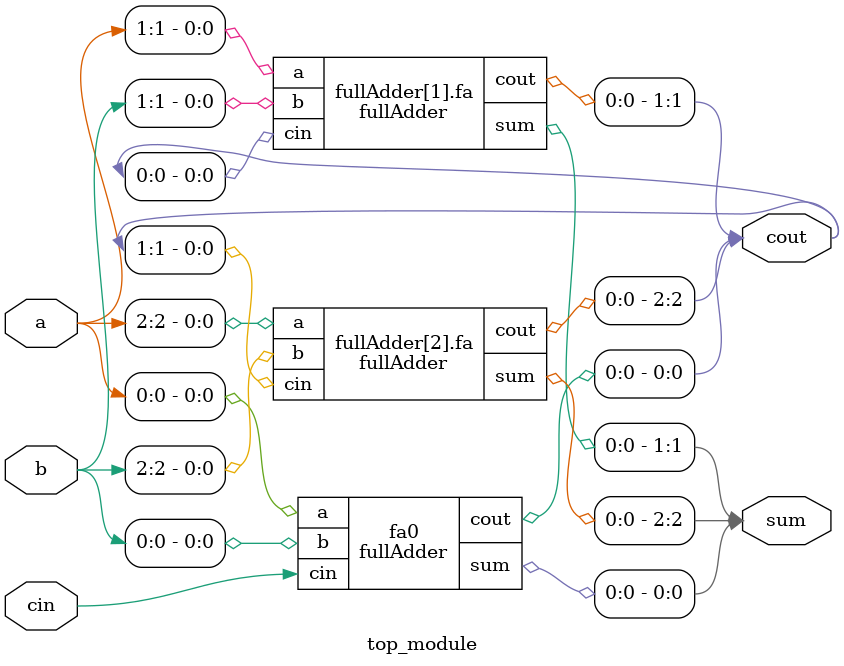
<source format=v>
module fullAdder (
  input a, b, cin,
  output cout, sum
);
  assign sum = (a ^ b) ^ cin;
  assign cout = ((a ^ b) & cin) | (a & b);
endmodule

module top_module (
  input [2:0] a, b,
  input cin,
  output [2:0] cout,
  output [2:0] sum
); 

  fullAdder fa0(a[0], b[0], cin, cout[0], sum[0]);

  genvar i;
  generate
    for (i = 1; i < 3; i = i + 1) begin : fullAdder
      fullAdder fa(a[i], b[i], cout[i-1], cout[i], sum[i]);
    end
  endgenerate

endmodule
</source>
